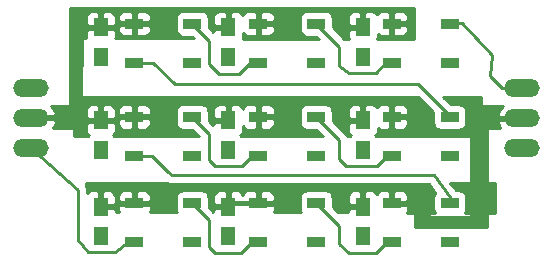
<source format=gbr>
G04 #@! TF.FileFunction,Copper,L1,Top,Signal*
%FSLAX46Y46*%
G04 Gerber Fmt 4.6, Leading zero omitted, Abs format (unit mm)*
G04 Created by KiCad (PCBNEW 4.0.5-e0-6337~49~ubuntu15.04.1) date Fri Feb 24 10:43:51 2017*
%MOMM*%
%LPD*%
G01*
G04 APERTURE LIST*
%ADD10C,0.100000*%
%ADD11O,3.010000X1.510000*%
%ADD12R,1.500000X0.900000*%
%ADD13R,1.250000X1.500000*%
%ADD14C,0.600000*%
%ADD15C,0.250000*%
%ADD16C,0.400000*%
%ADD17C,0.254000*%
G04 APERTURE END LIST*
D10*
D11*
X58600000Y-29800000D03*
X58600000Y-27260000D03*
X58600000Y-24720000D03*
D12*
X47550000Y-22550000D03*
X47550000Y-19250000D03*
X52450000Y-19250000D03*
X52450000Y-22550000D03*
X47550000Y-30450000D03*
X47550000Y-27150000D03*
X52450000Y-27150000D03*
X52450000Y-30450000D03*
D13*
X45100000Y-29950000D03*
X45100000Y-27450000D03*
X45100000Y-37250000D03*
X45100000Y-34750000D03*
X33700000Y-37250000D03*
X33700000Y-34750000D03*
X22900000Y-37250000D03*
X22900000Y-34750000D03*
X33700000Y-29950000D03*
X33700000Y-27450000D03*
X22900000Y-29950000D03*
X22900000Y-27450000D03*
X45100000Y-22050000D03*
X45100000Y-19550000D03*
X33700000Y-22050000D03*
X33700000Y-19550000D03*
X22900000Y-22050000D03*
X22900000Y-19550000D03*
D12*
X25750000Y-22550000D03*
X25750000Y-19250000D03*
X30650000Y-19250000D03*
X30650000Y-22550000D03*
X25750000Y-37750000D03*
X25750000Y-34450000D03*
X30650000Y-34450000D03*
X30650000Y-37750000D03*
X25750000Y-30450000D03*
X25750000Y-27150000D03*
X30650000Y-27150000D03*
X30650000Y-30450000D03*
X36250000Y-22550000D03*
X36250000Y-19250000D03*
X41150000Y-19250000D03*
X41150000Y-22550000D03*
X36250000Y-37750000D03*
X36250000Y-34450000D03*
X41150000Y-34450000D03*
X41150000Y-37750000D03*
X36250000Y-30450000D03*
X36250000Y-27150000D03*
X41150000Y-27150000D03*
X41150000Y-30450000D03*
X47550000Y-37750000D03*
X47550000Y-34450000D03*
X52450000Y-34450000D03*
X52450000Y-37750000D03*
D11*
X17000000Y-24700000D03*
X17000000Y-27240000D03*
X17000000Y-29780000D03*
D14*
X52450000Y-37750000D03*
X45300000Y-37200000D03*
X41150000Y-37750000D03*
X33800000Y-37300000D03*
X30650000Y-37750000D03*
X22900000Y-37300000D03*
X52450000Y-30450000D03*
X45200000Y-30100000D03*
X41150000Y-30450000D03*
X30800000Y-30500000D03*
X33700000Y-29950000D03*
X22900000Y-30000000D03*
X52450000Y-22550000D03*
X45200000Y-22100000D03*
X41200000Y-22700000D03*
X33700000Y-22050000D03*
X30700000Y-22600000D03*
X22900000Y-22050000D03*
D15*
X45300000Y-37200000D02*
X45250000Y-37250000D01*
X45250000Y-37250000D02*
X45100000Y-37250000D01*
X33800000Y-37300000D02*
X33750000Y-37250000D01*
X33750000Y-37250000D02*
X33700000Y-37250000D01*
X22900000Y-37300000D02*
X22900000Y-37250000D01*
X45200000Y-30100000D02*
X45100000Y-30000000D01*
X45100000Y-30000000D02*
X45100000Y-29950000D01*
X30800000Y-30500000D02*
X30750000Y-30450000D01*
X30750000Y-30450000D02*
X30650000Y-30450000D01*
X22900000Y-30000000D02*
X22900000Y-29950000D01*
X45200000Y-22100000D02*
X45150000Y-22050000D01*
X45150000Y-22050000D02*
X45100000Y-22050000D01*
X41200000Y-22700000D02*
X41150000Y-22650000D01*
X41150000Y-22650000D02*
X41150000Y-22550000D01*
X30700000Y-22600000D02*
X30650000Y-22550000D01*
D16*
X33700000Y-19550000D02*
X33550000Y-19550000D01*
X45100000Y-19550000D02*
X45050000Y-19550000D01*
X33700000Y-27450000D02*
X33700000Y-27300000D01*
X45100000Y-27450000D02*
X45100000Y-26800000D01*
X25750000Y-34450000D02*
X26250000Y-34450000D01*
X17210000Y-27450000D02*
X17000000Y-27240000D01*
X23200000Y-19250000D02*
X22900000Y-19550000D01*
X23200000Y-27150000D02*
X22900000Y-27450000D01*
X23200000Y-34450000D02*
X22900000Y-34750000D01*
X36250000Y-34450000D02*
X34000000Y-34450000D01*
X34000000Y-34450000D02*
X33700000Y-34750000D01*
X34000000Y-27150000D02*
X33700000Y-27450000D01*
X34000000Y-19250000D02*
X33700000Y-19550000D01*
X45400000Y-19250000D02*
X45100000Y-19550000D01*
X45400000Y-27150000D02*
X45100000Y-27450000D01*
X45400000Y-34450000D02*
X45100000Y-34750000D01*
X33900000Y-19150000D02*
X33500000Y-19550000D01*
D15*
X25750000Y-22550000D02*
X27350000Y-22550000D01*
X49800000Y-24400000D02*
X52450000Y-27050000D01*
X29200000Y-24400000D02*
X49800000Y-24400000D01*
X27350000Y-22550000D02*
X29200000Y-24400000D01*
X52450000Y-27050000D02*
X52450000Y-27150000D01*
X36250000Y-22550000D02*
X35550000Y-22550000D01*
X35550000Y-22550000D02*
X34600000Y-23500000D01*
X34600000Y-23500000D02*
X32900000Y-23500000D01*
X32900000Y-23500000D02*
X32100000Y-22700000D01*
X32100000Y-22700000D02*
X32100000Y-20700000D01*
X32100000Y-20700000D02*
X30650000Y-19250000D01*
X25750000Y-37750000D02*
X25250000Y-37750000D01*
X25250000Y-37750000D02*
X24111562Y-38615213D01*
X24111562Y-38615213D02*
X21800000Y-38600000D01*
X21800000Y-38600000D02*
X21000000Y-37600000D01*
X21000000Y-37600000D02*
X21000000Y-33300000D01*
X21000000Y-33300000D02*
X17000000Y-29780000D01*
X36250000Y-37750000D02*
X35750000Y-37750000D01*
X35750000Y-37750000D02*
X34800000Y-38700000D01*
X34800000Y-38700000D02*
X32600000Y-38700000D01*
X32600000Y-38700000D02*
X32100000Y-38200000D01*
X32100000Y-38200000D02*
X32100000Y-35900000D01*
X32100000Y-35900000D02*
X30650000Y-34450000D01*
X25750000Y-30450000D02*
X27250000Y-30450000D01*
X52450000Y-33950000D02*
X52450000Y-34450000D01*
X51100000Y-32100000D02*
X52450000Y-33950000D01*
X28900000Y-32100000D02*
X51100000Y-32100000D01*
X28600000Y-31800000D02*
X28900000Y-32100000D01*
X27250000Y-30450000D02*
X28600000Y-31800000D01*
X36250000Y-30450000D02*
X35750000Y-30450000D01*
X35750000Y-30450000D02*
X34900000Y-31300000D01*
X34900000Y-31300000D02*
X32600000Y-31300000D01*
X32600000Y-31300000D02*
X32100000Y-30800000D01*
X32100000Y-30800000D02*
X32100000Y-28600000D01*
X32100000Y-28600000D02*
X30650000Y-27150000D01*
X46201969Y-23400000D02*
X46202148Y-23400000D01*
X46202148Y-23400000D02*
X46950000Y-22550000D01*
X46950000Y-22550000D02*
X47550000Y-22550000D01*
X47550000Y-22550000D02*
X47550000Y-22750000D01*
X46201969Y-23400000D02*
X43900000Y-23400000D01*
X43900000Y-23400000D02*
X43100000Y-22800000D01*
X43100000Y-22800000D02*
X43100000Y-21200000D01*
X43100000Y-21200000D02*
X41250000Y-19350000D01*
X47550000Y-37750000D02*
X47150000Y-37750000D01*
X47150000Y-37750000D02*
X46200000Y-38700000D01*
X46200000Y-38700000D02*
X43900000Y-38700000D01*
X43900000Y-38700000D02*
X43100000Y-37900000D01*
X43100000Y-37900000D02*
X43100000Y-36400000D01*
X43100000Y-36400000D02*
X41150000Y-34450000D01*
X47550000Y-30450000D02*
X47150000Y-30450000D01*
X47150000Y-30450000D02*
X46300000Y-31300000D01*
X46300000Y-31300000D02*
X43700000Y-31300000D01*
X43700000Y-31300000D02*
X43100000Y-30700000D01*
X43100000Y-30700000D02*
X43100000Y-29100000D01*
X43100000Y-29100000D02*
X41150000Y-27150000D01*
X58600000Y-24720000D02*
X56920000Y-24720000D01*
X53500000Y-19200000D02*
X52450000Y-19250000D01*
X56000000Y-21900000D02*
X53500000Y-19200000D01*
X55900000Y-23700000D02*
X56000000Y-21900000D01*
X56920000Y-24720000D02*
X55900000Y-23700000D01*
D17*
G36*
X49473000Y-20572549D02*
X46304080Y-20561312D01*
X46360000Y-20426309D01*
X46360000Y-20158025D01*
X46440302Y-20238327D01*
X46673691Y-20335000D01*
X47264250Y-20335000D01*
X47423000Y-20176250D01*
X47423000Y-19377000D01*
X47677000Y-19377000D01*
X47677000Y-20176250D01*
X47835750Y-20335000D01*
X48426309Y-20335000D01*
X48659698Y-20238327D01*
X48838327Y-20059699D01*
X48935000Y-19826310D01*
X48935000Y-19535750D01*
X48776250Y-19377000D01*
X47677000Y-19377000D01*
X47423000Y-19377000D01*
X47403000Y-19377000D01*
X47403000Y-19123000D01*
X47423000Y-19123000D01*
X47423000Y-18323750D01*
X47677000Y-18323750D01*
X47677000Y-19123000D01*
X48776250Y-19123000D01*
X48935000Y-18964250D01*
X48935000Y-18673690D01*
X48838327Y-18440301D01*
X48659698Y-18261673D01*
X48426309Y-18165000D01*
X47835750Y-18165000D01*
X47677000Y-18323750D01*
X47423000Y-18323750D01*
X47264250Y-18165000D01*
X46673691Y-18165000D01*
X46440302Y-18261673D01*
X46262500Y-18439474D01*
X46084699Y-18261673D01*
X45851310Y-18165000D01*
X45385750Y-18165000D01*
X45227000Y-18323750D01*
X45227000Y-19423000D01*
X45247000Y-19423000D01*
X45247000Y-19677000D01*
X45227000Y-19677000D01*
X45227000Y-19697000D01*
X44973000Y-19697000D01*
X44973000Y-19677000D01*
X43998750Y-19677000D01*
X43840000Y-19835750D01*
X43840000Y-20426309D01*
X43892378Y-20552760D01*
X43526263Y-20551461D01*
X42547440Y-19572638D01*
X42547440Y-18800000D01*
X42523674Y-18673691D01*
X43840000Y-18673691D01*
X43840000Y-19264250D01*
X43998750Y-19423000D01*
X44973000Y-19423000D01*
X44973000Y-18323750D01*
X44814250Y-18165000D01*
X44348690Y-18165000D01*
X44115301Y-18261673D01*
X43936673Y-18440302D01*
X43840000Y-18673691D01*
X42523674Y-18673691D01*
X42503162Y-18564683D01*
X42364090Y-18348559D01*
X42151890Y-18203569D01*
X41900000Y-18152560D01*
X40400000Y-18152560D01*
X40164683Y-18196838D01*
X39948559Y-18335910D01*
X39803569Y-18548110D01*
X39752560Y-18800000D01*
X39752560Y-19700000D01*
X39796838Y-19935317D01*
X39935910Y-20151441D01*
X40148110Y-20296431D01*
X40400000Y-20347440D01*
X41172638Y-20347440D01*
X41369009Y-20543811D01*
X34920800Y-20520946D01*
X34960000Y-20426309D01*
X34960000Y-20055660D01*
X34961673Y-20059699D01*
X35140302Y-20238327D01*
X35373691Y-20335000D01*
X35964250Y-20335000D01*
X36123000Y-20176250D01*
X36123000Y-19377000D01*
X36377000Y-19377000D01*
X36377000Y-20176250D01*
X36535750Y-20335000D01*
X37126309Y-20335000D01*
X37359698Y-20238327D01*
X37538327Y-20059699D01*
X37635000Y-19826310D01*
X37635000Y-19535750D01*
X37476250Y-19377000D01*
X36377000Y-19377000D01*
X36123000Y-19377000D01*
X36103000Y-19377000D01*
X36103000Y-19123000D01*
X36123000Y-19123000D01*
X36123000Y-18323750D01*
X36377000Y-18323750D01*
X36377000Y-19123000D01*
X37476250Y-19123000D01*
X37635000Y-18964250D01*
X37635000Y-18673690D01*
X37538327Y-18440301D01*
X37359698Y-18261673D01*
X37126309Y-18165000D01*
X36535750Y-18165000D01*
X36377000Y-18323750D01*
X36123000Y-18323750D01*
X35964250Y-18165000D01*
X35373691Y-18165000D01*
X35140302Y-18261673D01*
X34961673Y-18440301D01*
X34912500Y-18559015D01*
X34863327Y-18440302D01*
X34684699Y-18261673D01*
X34451310Y-18165000D01*
X33985750Y-18165000D01*
X33827000Y-18323750D01*
X33827000Y-19423000D01*
X33847000Y-19423000D01*
X33847000Y-19677000D01*
X33827000Y-19677000D01*
X33827000Y-19697000D01*
X33573000Y-19697000D01*
X33573000Y-19677000D01*
X32598750Y-19677000D01*
X32440000Y-19835750D01*
X32440000Y-19965198D01*
X32047440Y-19572638D01*
X32047440Y-18800000D01*
X32023674Y-18673691D01*
X32440000Y-18673691D01*
X32440000Y-19264250D01*
X32598750Y-19423000D01*
X33573000Y-19423000D01*
X33573000Y-18323750D01*
X33414250Y-18165000D01*
X32948690Y-18165000D01*
X32715301Y-18261673D01*
X32536673Y-18440302D01*
X32440000Y-18673691D01*
X32023674Y-18673691D01*
X32003162Y-18564683D01*
X31864090Y-18348559D01*
X31651890Y-18203569D01*
X31400000Y-18152560D01*
X29900000Y-18152560D01*
X29664683Y-18196838D01*
X29448559Y-18335910D01*
X29303569Y-18548110D01*
X29252560Y-18800000D01*
X29252560Y-19700000D01*
X29296838Y-19935317D01*
X29435910Y-20151441D01*
X29648110Y-20296431D01*
X29900000Y-20347440D01*
X30672638Y-20347440D01*
X30831643Y-20506445D01*
X24136640Y-20482704D01*
X24160000Y-20426309D01*
X24160000Y-19835750D01*
X24001250Y-19677000D01*
X23027000Y-19677000D01*
X23027000Y-19697000D01*
X22773000Y-19697000D01*
X22773000Y-19677000D01*
X21798750Y-19677000D01*
X21640000Y-19835750D01*
X21640000Y-20426309D01*
X21659721Y-20473920D01*
X21436811Y-20473130D01*
X21387366Y-20482960D01*
X21345641Y-20511253D01*
X21318211Y-20553551D01*
X21309394Y-20597243D01*
X21202579Y-25297114D01*
X21211459Y-25346739D01*
X21238947Y-25388999D01*
X21280711Y-25417235D01*
X21329546Y-25427000D01*
X49752198Y-25427000D01*
X51052560Y-26727362D01*
X51052560Y-27600000D01*
X51096838Y-27835317D01*
X51235910Y-28051441D01*
X51448110Y-28196431D01*
X51700000Y-28247440D01*
X53200000Y-28247440D01*
X53435317Y-28203162D01*
X53651441Y-28064090D01*
X53796431Y-27851890D01*
X53847440Y-27600000D01*
X53847440Y-26700000D01*
X53803162Y-26464683D01*
X53664090Y-26248559D01*
X53451890Y-26103569D01*
X53200000Y-26052560D01*
X52527362Y-26052560D01*
X51901802Y-25427000D01*
X55073000Y-25427000D01*
X55073000Y-26100000D01*
X55083006Y-26149410D01*
X55111447Y-26191035D01*
X55153841Y-26218315D01*
X55200000Y-26227000D01*
X56950293Y-26227000D01*
X56777319Y-26366924D01*
X56517207Y-26845403D01*
X56502723Y-26918029D01*
X56625317Y-27133000D01*
X58473000Y-27133000D01*
X58473000Y-27113000D01*
X58727000Y-27113000D01*
X58727000Y-27133000D01*
X58747000Y-27133000D01*
X58747000Y-27387000D01*
X58727000Y-27387000D01*
X58727000Y-27407000D01*
X58473000Y-27407000D01*
X58473000Y-27387000D01*
X56625317Y-27387000D01*
X56502723Y-27601971D01*
X56517207Y-27674597D01*
X56733788Y-28073000D01*
X55700000Y-28073000D01*
X55650590Y-28083006D01*
X55608965Y-28111447D01*
X55581685Y-28153841D01*
X55573000Y-28200000D01*
X55573000Y-32600000D01*
X55583006Y-32649410D01*
X55611447Y-32691035D01*
X55653841Y-32718315D01*
X55700000Y-32727000D01*
X56273000Y-32727000D01*
X56273000Y-35272636D01*
X55700364Y-35270995D01*
X55650925Y-35280859D01*
X55609220Y-35309180D01*
X55581818Y-35351496D01*
X55573000Y-35397994D01*
X55573000Y-36453498D01*
X55564902Y-36473000D01*
X49527000Y-36473000D01*
X49527000Y-35379943D01*
X49516994Y-35330533D01*
X49488553Y-35288908D01*
X49446159Y-35261628D01*
X49400364Y-35252944D01*
X48841788Y-35251343D01*
X48935000Y-35026310D01*
X48935000Y-34735750D01*
X48776250Y-34577000D01*
X47677000Y-34577000D01*
X47677000Y-34597000D01*
X47423000Y-34597000D01*
X47423000Y-34577000D01*
X47403000Y-34577000D01*
X47403000Y-34323000D01*
X47423000Y-34323000D01*
X47423000Y-33523750D01*
X47677000Y-33523750D01*
X47677000Y-34323000D01*
X48776250Y-34323000D01*
X48935000Y-34164250D01*
X48935000Y-33873690D01*
X48838327Y-33640301D01*
X48659698Y-33461673D01*
X48426309Y-33365000D01*
X47835750Y-33365000D01*
X47677000Y-33523750D01*
X47423000Y-33523750D01*
X47264250Y-33365000D01*
X46673691Y-33365000D01*
X46440302Y-33461673D01*
X46262500Y-33639474D01*
X46084699Y-33461673D01*
X45851310Y-33365000D01*
X45385750Y-33365000D01*
X45227000Y-33523750D01*
X45227000Y-34623000D01*
X45247000Y-34623000D01*
X45247000Y-34877000D01*
X45227000Y-34877000D01*
X45227000Y-34897000D01*
X44973000Y-34897000D01*
X44973000Y-34877000D01*
X43998750Y-34877000D01*
X43840000Y-35035750D01*
X43840000Y-35237012D01*
X43009434Y-35234632D01*
X42547440Y-34772638D01*
X42547440Y-34000000D01*
X42523674Y-33873691D01*
X43840000Y-33873691D01*
X43840000Y-34464250D01*
X43998750Y-34623000D01*
X44973000Y-34623000D01*
X44973000Y-33523750D01*
X44814250Y-33365000D01*
X44348690Y-33365000D01*
X44115301Y-33461673D01*
X43936673Y-33640302D01*
X43840000Y-33873691D01*
X42523674Y-33873691D01*
X42503162Y-33764683D01*
X42364090Y-33548559D01*
X42151890Y-33403569D01*
X41900000Y-33352560D01*
X40400000Y-33352560D01*
X40164683Y-33396838D01*
X39948559Y-33535910D01*
X39803569Y-33748110D01*
X39752560Y-34000000D01*
X39752560Y-34900000D01*
X39796838Y-35135317D01*
X39854929Y-35225593D01*
X37555184Y-35219004D01*
X37635000Y-35026310D01*
X37635000Y-34735750D01*
X37476250Y-34577000D01*
X36377000Y-34577000D01*
X36377000Y-34597000D01*
X36123000Y-34597000D01*
X36123000Y-34577000D01*
X36103000Y-34577000D01*
X36103000Y-34323000D01*
X36123000Y-34323000D01*
X36123000Y-33523750D01*
X36377000Y-33523750D01*
X36377000Y-34323000D01*
X37476250Y-34323000D01*
X37635000Y-34164250D01*
X37635000Y-33873690D01*
X37538327Y-33640301D01*
X37359698Y-33461673D01*
X37126309Y-33365000D01*
X36535750Y-33365000D01*
X36377000Y-33523750D01*
X36123000Y-33523750D01*
X35964250Y-33365000D01*
X35373691Y-33365000D01*
X35140302Y-33461673D01*
X34961673Y-33640301D01*
X34912500Y-33759015D01*
X34863327Y-33640302D01*
X34684699Y-33461673D01*
X34451310Y-33365000D01*
X33985750Y-33365000D01*
X33827000Y-33523750D01*
X33827000Y-34623000D01*
X33847000Y-34623000D01*
X33847000Y-34877000D01*
X33827000Y-34877000D01*
X33827000Y-34897000D01*
X33573000Y-34897000D01*
X33573000Y-34877000D01*
X32598750Y-34877000D01*
X32440000Y-35035750D01*
X32440000Y-35165198D01*
X32047440Y-34772638D01*
X32047440Y-34000000D01*
X32023674Y-33873691D01*
X32440000Y-33873691D01*
X32440000Y-34464250D01*
X32598750Y-34623000D01*
X33573000Y-34623000D01*
X33573000Y-33523750D01*
X33414250Y-33365000D01*
X32948690Y-33365000D01*
X32715301Y-33461673D01*
X32536673Y-33640302D01*
X32440000Y-33873691D01*
X32023674Y-33873691D01*
X32003162Y-33764683D01*
X31864090Y-33548559D01*
X31651890Y-33403569D01*
X31400000Y-33352560D01*
X29900000Y-33352560D01*
X29664683Y-33396838D01*
X29448559Y-33535910D01*
X29303569Y-33748110D01*
X29252560Y-34000000D01*
X29252560Y-34900000D01*
X29296838Y-35135317D01*
X29335534Y-35195452D01*
X27067631Y-35188953D01*
X27135000Y-35026310D01*
X27135000Y-34735750D01*
X26976250Y-34577000D01*
X25877000Y-34577000D01*
X25877000Y-34597000D01*
X25623000Y-34597000D01*
X25623000Y-34577000D01*
X24523750Y-34577000D01*
X24365000Y-34735750D01*
X24365000Y-35026310D01*
X24429238Y-35181393D01*
X24160000Y-35180622D01*
X24160000Y-35035750D01*
X24001250Y-34877000D01*
X23027000Y-34877000D01*
X23027000Y-34897000D01*
X22773000Y-34897000D01*
X22773000Y-34877000D01*
X22753000Y-34877000D01*
X22753000Y-34623000D01*
X22773000Y-34623000D01*
X22773000Y-33523750D01*
X23027000Y-33523750D01*
X23027000Y-34623000D01*
X24001250Y-34623000D01*
X24160000Y-34464250D01*
X24160000Y-33873691D01*
X24160000Y-33873690D01*
X24365000Y-33873690D01*
X24365000Y-34164250D01*
X24523750Y-34323000D01*
X25623000Y-34323000D01*
X25623000Y-33523750D01*
X25877000Y-33523750D01*
X25877000Y-34323000D01*
X26976250Y-34323000D01*
X27135000Y-34164250D01*
X27135000Y-33873690D01*
X27038327Y-33640301D01*
X26859698Y-33461673D01*
X26626309Y-33365000D01*
X26035750Y-33365000D01*
X25877000Y-33523750D01*
X25623000Y-33523750D01*
X25464250Y-33365000D01*
X24873691Y-33365000D01*
X24640302Y-33461673D01*
X24461673Y-33640301D01*
X24365000Y-33873690D01*
X24160000Y-33873690D01*
X24063327Y-33640302D01*
X23884699Y-33461673D01*
X23651310Y-33365000D01*
X23185750Y-33365000D01*
X23027000Y-33523750D01*
X22773000Y-33523750D01*
X22614250Y-33365000D01*
X22148690Y-33365000D01*
X21915301Y-33461673D01*
X21760000Y-33616975D01*
X21760000Y-33300000D01*
X21755210Y-33275921D01*
X21758456Y-33251588D01*
X21726439Y-33131277D01*
X21702148Y-33009161D01*
X21688508Y-32988748D01*
X21682195Y-32965024D01*
X21627000Y-32892838D01*
X21627000Y-32727000D01*
X28496694Y-32727000D01*
X28609161Y-32802148D01*
X28900000Y-32860000D01*
X50713758Y-32860000D01*
X51228458Y-33565330D01*
X51103569Y-33748110D01*
X51052560Y-34000000D01*
X51052560Y-34900000D01*
X51096838Y-35135317D01*
X51175802Y-35258031D01*
X50800364Y-35256955D01*
X50750925Y-35266819D01*
X50709220Y-35295140D01*
X50681818Y-35337456D01*
X50673000Y-35383954D01*
X50673000Y-35500000D01*
X50683006Y-35549410D01*
X50711447Y-35591035D01*
X50753841Y-35618315D01*
X50800000Y-35627000D01*
X54100000Y-35627000D01*
X54149410Y-35616994D01*
X54191035Y-35588553D01*
X54218315Y-35546159D01*
X54227000Y-35500000D01*
X54227000Y-35393410D01*
X54216994Y-35344000D01*
X54188553Y-35302375D01*
X54146159Y-35275095D01*
X54100364Y-35266411D01*
X53718929Y-35265318D01*
X53796431Y-35151890D01*
X53847440Y-34900000D01*
X53847440Y-34000000D01*
X53803162Y-33764683D01*
X53664090Y-33548559D01*
X53451890Y-33403569D01*
X53200000Y-33352560D01*
X52954868Y-33352560D01*
X52498378Y-32727000D01*
X54100000Y-32727000D01*
X54149410Y-32716994D01*
X54191035Y-32688553D01*
X54218315Y-32646159D01*
X54227000Y-32600000D01*
X54227000Y-28900000D01*
X54216994Y-28850590D01*
X54188553Y-28808965D01*
X54146159Y-28781685D01*
X54100000Y-28773000D01*
X46204817Y-28773000D01*
X46189090Y-28748559D01*
X46120994Y-28702031D01*
X46263327Y-28559698D01*
X46360000Y-28326309D01*
X46360000Y-28058025D01*
X46440302Y-28138327D01*
X46673691Y-28235000D01*
X47264250Y-28235000D01*
X47423000Y-28076250D01*
X47423000Y-27277000D01*
X47677000Y-27277000D01*
X47677000Y-28076250D01*
X47835750Y-28235000D01*
X48426309Y-28235000D01*
X48659698Y-28138327D01*
X48838327Y-27959699D01*
X48935000Y-27726310D01*
X48935000Y-27435750D01*
X48776250Y-27277000D01*
X47677000Y-27277000D01*
X47423000Y-27277000D01*
X47403000Y-27277000D01*
X47403000Y-27023000D01*
X47423000Y-27023000D01*
X47423000Y-26223750D01*
X47677000Y-26223750D01*
X47677000Y-27023000D01*
X48776250Y-27023000D01*
X48935000Y-26864250D01*
X48935000Y-26573690D01*
X48838327Y-26340301D01*
X48659698Y-26161673D01*
X48426309Y-26065000D01*
X47835750Y-26065000D01*
X47677000Y-26223750D01*
X47423000Y-26223750D01*
X47264250Y-26065000D01*
X46673691Y-26065000D01*
X46440302Y-26161673D01*
X46262500Y-26339474D01*
X46084699Y-26161673D01*
X45851310Y-26065000D01*
X45385750Y-26065000D01*
X45227000Y-26223750D01*
X45227000Y-27323000D01*
X45247000Y-27323000D01*
X45247000Y-27577000D01*
X45227000Y-27577000D01*
X45227000Y-27597000D01*
X44973000Y-27597000D01*
X44973000Y-27577000D01*
X43998750Y-27577000D01*
X43840000Y-27735750D01*
X43840000Y-28326309D01*
X43936673Y-28559698D01*
X44077910Y-28700936D01*
X44023559Y-28735910D01*
X43998216Y-28773000D01*
X43777987Y-28773000D01*
X43637401Y-28562599D01*
X42547440Y-27472638D01*
X42547440Y-26700000D01*
X42523674Y-26573691D01*
X43840000Y-26573691D01*
X43840000Y-27164250D01*
X43998750Y-27323000D01*
X44973000Y-27323000D01*
X44973000Y-26223750D01*
X44814250Y-26065000D01*
X44348690Y-26065000D01*
X44115301Y-26161673D01*
X43936673Y-26340302D01*
X43840000Y-26573691D01*
X42523674Y-26573691D01*
X42503162Y-26464683D01*
X42364090Y-26248559D01*
X42151890Y-26103569D01*
X41900000Y-26052560D01*
X40400000Y-26052560D01*
X40164683Y-26096838D01*
X39948559Y-26235910D01*
X39803569Y-26448110D01*
X39752560Y-26700000D01*
X39752560Y-27600000D01*
X39796838Y-27835317D01*
X39935910Y-28051441D01*
X40148110Y-28196431D01*
X40400000Y-28247440D01*
X41172638Y-28247440D01*
X41698198Y-28773000D01*
X34804817Y-28773000D01*
X34789090Y-28748559D01*
X34720994Y-28702031D01*
X34863327Y-28559698D01*
X34960000Y-28326309D01*
X34960000Y-27955660D01*
X34961673Y-27959699D01*
X35140302Y-28138327D01*
X35373691Y-28235000D01*
X35964250Y-28235000D01*
X36123000Y-28076250D01*
X36123000Y-27277000D01*
X36377000Y-27277000D01*
X36377000Y-28076250D01*
X36535750Y-28235000D01*
X37126309Y-28235000D01*
X37359698Y-28138327D01*
X37538327Y-27959699D01*
X37635000Y-27726310D01*
X37635000Y-27435750D01*
X37476250Y-27277000D01*
X36377000Y-27277000D01*
X36123000Y-27277000D01*
X36103000Y-27277000D01*
X36103000Y-27023000D01*
X36123000Y-27023000D01*
X36123000Y-26223750D01*
X36377000Y-26223750D01*
X36377000Y-27023000D01*
X37476250Y-27023000D01*
X37635000Y-26864250D01*
X37635000Y-26573690D01*
X37538327Y-26340301D01*
X37359698Y-26161673D01*
X37126309Y-26065000D01*
X36535750Y-26065000D01*
X36377000Y-26223750D01*
X36123000Y-26223750D01*
X35964250Y-26065000D01*
X35373691Y-26065000D01*
X35140302Y-26161673D01*
X34961673Y-26340301D01*
X34912500Y-26459015D01*
X34863327Y-26340302D01*
X34684699Y-26161673D01*
X34451310Y-26065000D01*
X33985750Y-26065000D01*
X33827000Y-26223750D01*
X33827000Y-27323000D01*
X33847000Y-27323000D01*
X33847000Y-27577000D01*
X33827000Y-27577000D01*
X33827000Y-27597000D01*
X33573000Y-27597000D01*
X33573000Y-27577000D01*
X32598750Y-27577000D01*
X32440000Y-27735750D01*
X32440000Y-27865198D01*
X32047440Y-27472638D01*
X32047440Y-26700000D01*
X32023674Y-26573691D01*
X32440000Y-26573691D01*
X32440000Y-27164250D01*
X32598750Y-27323000D01*
X33573000Y-27323000D01*
X33573000Y-26223750D01*
X33414250Y-26065000D01*
X32948690Y-26065000D01*
X32715301Y-26161673D01*
X32536673Y-26340302D01*
X32440000Y-26573691D01*
X32023674Y-26573691D01*
X32003162Y-26464683D01*
X31864090Y-26248559D01*
X31651890Y-26103569D01*
X31400000Y-26052560D01*
X29900000Y-26052560D01*
X29664683Y-26096838D01*
X29448559Y-26235910D01*
X29303569Y-26448110D01*
X29252560Y-26700000D01*
X29252560Y-27600000D01*
X29296838Y-27835317D01*
X29435910Y-28051441D01*
X29648110Y-28196431D01*
X29900000Y-28247440D01*
X30672638Y-28247440D01*
X31198198Y-28773000D01*
X24004817Y-28773000D01*
X23989090Y-28748559D01*
X23920994Y-28702031D01*
X24063327Y-28559698D01*
X24160000Y-28326309D01*
X24160000Y-27735750D01*
X24001250Y-27577000D01*
X23027000Y-27577000D01*
X23027000Y-27597000D01*
X22773000Y-27597000D01*
X22773000Y-27577000D01*
X21798750Y-27577000D01*
X21640000Y-27735750D01*
X21640000Y-28326309D01*
X21736673Y-28559698D01*
X21877910Y-28700936D01*
X21823559Y-28735910D01*
X21798216Y-28773000D01*
X20627000Y-28773000D01*
X20627000Y-28200000D01*
X20616994Y-28150590D01*
X20588553Y-28108965D01*
X20546159Y-28081685D01*
X20500000Y-28073000D01*
X18855340Y-28073000D01*
X19082793Y-27654597D01*
X19097277Y-27581971D01*
X19013890Y-27435750D01*
X24365000Y-27435750D01*
X24365000Y-27726310D01*
X24461673Y-27959699D01*
X24640302Y-28138327D01*
X24873691Y-28235000D01*
X25464250Y-28235000D01*
X25623000Y-28076250D01*
X25623000Y-27277000D01*
X25877000Y-27277000D01*
X25877000Y-28076250D01*
X26035750Y-28235000D01*
X26626309Y-28235000D01*
X26859698Y-28138327D01*
X27038327Y-27959699D01*
X27135000Y-27726310D01*
X27135000Y-27435750D01*
X26976250Y-27277000D01*
X25877000Y-27277000D01*
X25623000Y-27277000D01*
X24523750Y-27277000D01*
X24365000Y-27435750D01*
X19013890Y-27435750D01*
X18974683Y-27367000D01*
X17127000Y-27367000D01*
X17127000Y-27387000D01*
X16873000Y-27387000D01*
X16873000Y-27367000D01*
X16853000Y-27367000D01*
X16853000Y-27113000D01*
X16873000Y-27113000D01*
X16873000Y-27093000D01*
X17127000Y-27093000D01*
X17127000Y-27113000D01*
X18974683Y-27113000D01*
X19097277Y-26898029D01*
X19082793Y-26825403D01*
X18945957Y-26573691D01*
X21640000Y-26573691D01*
X21640000Y-27164250D01*
X21798750Y-27323000D01*
X22773000Y-27323000D01*
X22773000Y-26223750D01*
X23027000Y-26223750D01*
X23027000Y-27323000D01*
X24001250Y-27323000D01*
X24160000Y-27164250D01*
X24160000Y-26573691D01*
X24160000Y-26573690D01*
X24365000Y-26573690D01*
X24365000Y-26864250D01*
X24523750Y-27023000D01*
X25623000Y-27023000D01*
X25623000Y-26223750D01*
X25877000Y-26223750D01*
X25877000Y-27023000D01*
X26976250Y-27023000D01*
X27135000Y-26864250D01*
X27135000Y-26573690D01*
X27038327Y-26340301D01*
X26859698Y-26161673D01*
X26626309Y-26065000D01*
X26035750Y-26065000D01*
X25877000Y-26223750D01*
X25623000Y-26223750D01*
X25464250Y-26065000D01*
X24873691Y-26065000D01*
X24640302Y-26161673D01*
X24461673Y-26340301D01*
X24365000Y-26573690D01*
X24160000Y-26573690D01*
X24063327Y-26340302D01*
X23884699Y-26161673D01*
X23651310Y-26065000D01*
X23185750Y-26065000D01*
X23027000Y-26223750D01*
X22773000Y-26223750D01*
X22614250Y-26065000D01*
X22148690Y-26065000D01*
X21915301Y-26161673D01*
X21736673Y-26340302D01*
X21640000Y-26573691D01*
X18945957Y-26573691D01*
X18822681Y-26346924D01*
X18674431Y-26227000D01*
X20200000Y-26227000D01*
X20249410Y-26216994D01*
X20291035Y-26188553D01*
X20318315Y-26146159D01*
X20327000Y-26100000D01*
X20327000Y-19535750D01*
X24365000Y-19535750D01*
X24365000Y-19826310D01*
X24461673Y-20059699D01*
X24640302Y-20238327D01*
X24873691Y-20335000D01*
X25464250Y-20335000D01*
X25623000Y-20176250D01*
X25623000Y-19377000D01*
X25877000Y-19377000D01*
X25877000Y-20176250D01*
X26035750Y-20335000D01*
X26626309Y-20335000D01*
X26859698Y-20238327D01*
X27038327Y-20059699D01*
X27135000Y-19826310D01*
X27135000Y-19535750D01*
X26976250Y-19377000D01*
X25877000Y-19377000D01*
X25623000Y-19377000D01*
X24523750Y-19377000D01*
X24365000Y-19535750D01*
X20327000Y-19535750D01*
X20327000Y-18673691D01*
X21640000Y-18673691D01*
X21640000Y-19264250D01*
X21798750Y-19423000D01*
X22773000Y-19423000D01*
X22773000Y-18323750D01*
X23027000Y-18323750D01*
X23027000Y-19423000D01*
X24001250Y-19423000D01*
X24160000Y-19264250D01*
X24160000Y-18673691D01*
X24160000Y-18673690D01*
X24365000Y-18673690D01*
X24365000Y-18964250D01*
X24523750Y-19123000D01*
X25623000Y-19123000D01*
X25623000Y-18323750D01*
X25877000Y-18323750D01*
X25877000Y-19123000D01*
X26976250Y-19123000D01*
X27135000Y-18964250D01*
X27135000Y-18673690D01*
X27038327Y-18440301D01*
X26859698Y-18261673D01*
X26626309Y-18165000D01*
X26035750Y-18165000D01*
X25877000Y-18323750D01*
X25623000Y-18323750D01*
X25464250Y-18165000D01*
X24873691Y-18165000D01*
X24640302Y-18261673D01*
X24461673Y-18440301D01*
X24365000Y-18673690D01*
X24160000Y-18673690D01*
X24063327Y-18440302D01*
X23884699Y-18261673D01*
X23651310Y-18165000D01*
X23185750Y-18165000D01*
X23027000Y-18323750D01*
X22773000Y-18323750D01*
X22614250Y-18165000D01*
X22148690Y-18165000D01*
X21915301Y-18261673D01*
X21736673Y-18440302D01*
X21640000Y-18673691D01*
X20327000Y-18673691D01*
X20327000Y-17927000D01*
X49473000Y-17927000D01*
X49473000Y-20572549D01*
X49473000Y-20572549D01*
G37*
X49473000Y-20572549D02*
X46304080Y-20561312D01*
X46360000Y-20426309D01*
X46360000Y-20158025D01*
X46440302Y-20238327D01*
X46673691Y-20335000D01*
X47264250Y-20335000D01*
X47423000Y-20176250D01*
X47423000Y-19377000D01*
X47677000Y-19377000D01*
X47677000Y-20176250D01*
X47835750Y-20335000D01*
X48426309Y-20335000D01*
X48659698Y-20238327D01*
X48838327Y-20059699D01*
X48935000Y-19826310D01*
X48935000Y-19535750D01*
X48776250Y-19377000D01*
X47677000Y-19377000D01*
X47423000Y-19377000D01*
X47403000Y-19377000D01*
X47403000Y-19123000D01*
X47423000Y-19123000D01*
X47423000Y-18323750D01*
X47677000Y-18323750D01*
X47677000Y-19123000D01*
X48776250Y-19123000D01*
X48935000Y-18964250D01*
X48935000Y-18673690D01*
X48838327Y-18440301D01*
X48659698Y-18261673D01*
X48426309Y-18165000D01*
X47835750Y-18165000D01*
X47677000Y-18323750D01*
X47423000Y-18323750D01*
X47264250Y-18165000D01*
X46673691Y-18165000D01*
X46440302Y-18261673D01*
X46262500Y-18439474D01*
X46084699Y-18261673D01*
X45851310Y-18165000D01*
X45385750Y-18165000D01*
X45227000Y-18323750D01*
X45227000Y-19423000D01*
X45247000Y-19423000D01*
X45247000Y-19677000D01*
X45227000Y-19677000D01*
X45227000Y-19697000D01*
X44973000Y-19697000D01*
X44973000Y-19677000D01*
X43998750Y-19677000D01*
X43840000Y-19835750D01*
X43840000Y-20426309D01*
X43892378Y-20552760D01*
X43526263Y-20551461D01*
X42547440Y-19572638D01*
X42547440Y-18800000D01*
X42523674Y-18673691D01*
X43840000Y-18673691D01*
X43840000Y-19264250D01*
X43998750Y-19423000D01*
X44973000Y-19423000D01*
X44973000Y-18323750D01*
X44814250Y-18165000D01*
X44348690Y-18165000D01*
X44115301Y-18261673D01*
X43936673Y-18440302D01*
X43840000Y-18673691D01*
X42523674Y-18673691D01*
X42503162Y-18564683D01*
X42364090Y-18348559D01*
X42151890Y-18203569D01*
X41900000Y-18152560D01*
X40400000Y-18152560D01*
X40164683Y-18196838D01*
X39948559Y-18335910D01*
X39803569Y-18548110D01*
X39752560Y-18800000D01*
X39752560Y-19700000D01*
X39796838Y-19935317D01*
X39935910Y-20151441D01*
X40148110Y-20296431D01*
X40400000Y-20347440D01*
X41172638Y-20347440D01*
X41369009Y-20543811D01*
X34920800Y-20520946D01*
X34960000Y-20426309D01*
X34960000Y-20055660D01*
X34961673Y-20059699D01*
X35140302Y-20238327D01*
X35373691Y-20335000D01*
X35964250Y-20335000D01*
X36123000Y-20176250D01*
X36123000Y-19377000D01*
X36377000Y-19377000D01*
X36377000Y-20176250D01*
X36535750Y-20335000D01*
X37126309Y-20335000D01*
X37359698Y-20238327D01*
X37538327Y-20059699D01*
X37635000Y-19826310D01*
X37635000Y-19535750D01*
X37476250Y-19377000D01*
X36377000Y-19377000D01*
X36123000Y-19377000D01*
X36103000Y-19377000D01*
X36103000Y-19123000D01*
X36123000Y-19123000D01*
X36123000Y-18323750D01*
X36377000Y-18323750D01*
X36377000Y-19123000D01*
X37476250Y-19123000D01*
X37635000Y-18964250D01*
X37635000Y-18673690D01*
X37538327Y-18440301D01*
X37359698Y-18261673D01*
X37126309Y-18165000D01*
X36535750Y-18165000D01*
X36377000Y-18323750D01*
X36123000Y-18323750D01*
X35964250Y-18165000D01*
X35373691Y-18165000D01*
X35140302Y-18261673D01*
X34961673Y-18440301D01*
X34912500Y-18559015D01*
X34863327Y-18440302D01*
X34684699Y-18261673D01*
X34451310Y-18165000D01*
X33985750Y-18165000D01*
X33827000Y-18323750D01*
X33827000Y-19423000D01*
X33847000Y-19423000D01*
X33847000Y-19677000D01*
X33827000Y-19677000D01*
X33827000Y-19697000D01*
X33573000Y-19697000D01*
X33573000Y-19677000D01*
X32598750Y-19677000D01*
X32440000Y-19835750D01*
X32440000Y-19965198D01*
X32047440Y-19572638D01*
X32047440Y-18800000D01*
X32023674Y-18673691D01*
X32440000Y-18673691D01*
X32440000Y-19264250D01*
X32598750Y-19423000D01*
X33573000Y-19423000D01*
X33573000Y-18323750D01*
X33414250Y-18165000D01*
X32948690Y-18165000D01*
X32715301Y-18261673D01*
X32536673Y-18440302D01*
X32440000Y-18673691D01*
X32023674Y-18673691D01*
X32003162Y-18564683D01*
X31864090Y-18348559D01*
X31651890Y-18203569D01*
X31400000Y-18152560D01*
X29900000Y-18152560D01*
X29664683Y-18196838D01*
X29448559Y-18335910D01*
X29303569Y-18548110D01*
X29252560Y-18800000D01*
X29252560Y-19700000D01*
X29296838Y-19935317D01*
X29435910Y-20151441D01*
X29648110Y-20296431D01*
X29900000Y-20347440D01*
X30672638Y-20347440D01*
X30831643Y-20506445D01*
X24136640Y-20482704D01*
X24160000Y-20426309D01*
X24160000Y-19835750D01*
X24001250Y-19677000D01*
X23027000Y-19677000D01*
X23027000Y-19697000D01*
X22773000Y-19697000D01*
X22773000Y-19677000D01*
X21798750Y-19677000D01*
X21640000Y-19835750D01*
X21640000Y-20426309D01*
X21659721Y-20473920D01*
X21436811Y-20473130D01*
X21387366Y-20482960D01*
X21345641Y-20511253D01*
X21318211Y-20553551D01*
X21309394Y-20597243D01*
X21202579Y-25297114D01*
X21211459Y-25346739D01*
X21238947Y-25388999D01*
X21280711Y-25417235D01*
X21329546Y-25427000D01*
X49752198Y-25427000D01*
X51052560Y-26727362D01*
X51052560Y-27600000D01*
X51096838Y-27835317D01*
X51235910Y-28051441D01*
X51448110Y-28196431D01*
X51700000Y-28247440D01*
X53200000Y-28247440D01*
X53435317Y-28203162D01*
X53651441Y-28064090D01*
X53796431Y-27851890D01*
X53847440Y-27600000D01*
X53847440Y-26700000D01*
X53803162Y-26464683D01*
X53664090Y-26248559D01*
X53451890Y-26103569D01*
X53200000Y-26052560D01*
X52527362Y-26052560D01*
X51901802Y-25427000D01*
X55073000Y-25427000D01*
X55073000Y-26100000D01*
X55083006Y-26149410D01*
X55111447Y-26191035D01*
X55153841Y-26218315D01*
X55200000Y-26227000D01*
X56950293Y-26227000D01*
X56777319Y-26366924D01*
X56517207Y-26845403D01*
X56502723Y-26918029D01*
X56625317Y-27133000D01*
X58473000Y-27133000D01*
X58473000Y-27113000D01*
X58727000Y-27113000D01*
X58727000Y-27133000D01*
X58747000Y-27133000D01*
X58747000Y-27387000D01*
X58727000Y-27387000D01*
X58727000Y-27407000D01*
X58473000Y-27407000D01*
X58473000Y-27387000D01*
X56625317Y-27387000D01*
X56502723Y-27601971D01*
X56517207Y-27674597D01*
X56733788Y-28073000D01*
X55700000Y-28073000D01*
X55650590Y-28083006D01*
X55608965Y-28111447D01*
X55581685Y-28153841D01*
X55573000Y-28200000D01*
X55573000Y-32600000D01*
X55583006Y-32649410D01*
X55611447Y-32691035D01*
X55653841Y-32718315D01*
X55700000Y-32727000D01*
X56273000Y-32727000D01*
X56273000Y-35272636D01*
X55700364Y-35270995D01*
X55650925Y-35280859D01*
X55609220Y-35309180D01*
X55581818Y-35351496D01*
X55573000Y-35397994D01*
X55573000Y-36453498D01*
X55564902Y-36473000D01*
X49527000Y-36473000D01*
X49527000Y-35379943D01*
X49516994Y-35330533D01*
X49488553Y-35288908D01*
X49446159Y-35261628D01*
X49400364Y-35252944D01*
X48841788Y-35251343D01*
X48935000Y-35026310D01*
X48935000Y-34735750D01*
X48776250Y-34577000D01*
X47677000Y-34577000D01*
X47677000Y-34597000D01*
X47423000Y-34597000D01*
X47423000Y-34577000D01*
X47403000Y-34577000D01*
X47403000Y-34323000D01*
X47423000Y-34323000D01*
X47423000Y-33523750D01*
X47677000Y-33523750D01*
X47677000Y-34323000D01*
X48776250Y-34323000D01*
X48935000Y-34164250D01*
X48935000Y-33873690D01*
X48838327Y-33640301D01*
X48659698Y-33461673D01*
X48426309Y-33365000D01*
X47835750Y-33365000D01*
X47677000Y-33523750D01*
X47423000Y-33523750D01*
X47264250Y-33365000D01*
X46673691Y-33365000D01*
X46440302Y-33461673D01*
X46262500Y-33639474D01*
X46084699Y-33461673D01*
X45851310Y-33365000D01*
X45385750Y-33365000D01*
X45227000Y-33523750D01*
X45227000Y-34623000D01*
X45247000Y-34623000D01*
X45247000Y-34877000D01*
X45227000Y-34877000D01*
X45227000Y-34897000D01*
X44973000Y-34897000D01*
X44973000Y-34877000D01*
X43998750Y-34877000D01*
X43840000Y-35035750D01*
X43840000Y-35237012D01*
X43009434Y-35234632D01*
X42547440Y-34772638D01*
X42547440Y-34000000D01*
X42523674Y-33873691D01*
X43840000Y-33873691D01*
X43840000Y-34464250D01*
X43998750Y-34623000D01*
X44973000Y-34623000D01*
X44973000Y-33523750D01*
X44814250Y-33365000D01*
X44348690Y-33365000D01*
X44115301Y-33461673D01*
X43936673Y-33640302D01*
X43840000Y-33873691D01*
X42523674Y-33873691D01*
X42503162Y-33764683D01*
X42364090Y-33548559D01*
X42151890Y-33403569D01*
X41900000Y-33352560D01*
X40400000Y-33352560D01*
X40164683Y-33396838D01*
X39948559Y-33535910D01*
X39803569Y-33748110D01*
X39752560Y-34000000D01*
X39752560Y-34900000D01*
X39796838Y-35135317D01*
X39854929Y-35225593D01*
X37555184Y-35219004D01*
X37635000Y-35026310D01*
X37635000Y-34735750D01*
X37476250Y-34577000D01*
X36377000Y-34577000D01*
X36377000Y-34597000D01*
X36123000Y-34597000D01*
X36123000Y-34577000D01*
X36103000Y-34577000D01*
X36103000Y-34323000D01*
X36123000Y-34323000D01*
X36123000Y-33523750D01*
X36377000Y-33523750D01*
X36377000Y-34323000D01*
X37476250Y-34323000D01*
X37635000Y-34164250D01*
X37635000Y-33873690D01*
X37538327Y-33640301D01*
X37359698Y-33461673D01*
X37126309Y-33365000D01*
X36535750Y-33365000D01*
X36377000Y-33523750D01*
X36123000Y-33523750D01*
X35964250Y-33365000D01*
X35373691Y-33365000D01*
X35140302Y-33461673D01*
X34961673Y-33640301D01*
X34912500Y-33759015D01*
X34863327Y-33640302D01*
X34684699Y-33461673D01*
X34451310Y-33365000D01*
X33985750Y-33365000D01*
X33827000Y-33523750D01*
X33827000Y-34623000D01*
X33847000Y-34623000D01*
X33847000Y-34877000D01*
X33827000Y-34877000D01*
X33827000Y-34897000D01*
X33573000Y-34897000D01*
X33573000Y-34877000D01*
X32598750Y-34877000D01*
X32440000Y-35035750D01*
X32440000Y-35165198D01*
X32047440Y-34772638D01*
X32047440Y-34000000D01*
X32023674Y-33873691D01*
X32440000Y-33873691D01*
X32440000Y-34464250D01*
X32598750Y-34623000D01*
X33573000Y-34623000D01*
X33573000Y-33523750D01*
X33414250Y-33365000D01*
X32948690Y-33365000D01*
X32715301Y-33461673D01*
X32536673Y-33640302D01*
X32440000Y-33873691D01*
X32023674Y-33873691D01*
X32003162Y-33764683D01*
X31864090Y-33548559D01*
X31651890Y-33403569D01*
X31400000Y-33352560D01*
X29900000Y-33352560D01*
X29664683Y-33396838D01*
X29448559Y-33535910D01*
X29303569Y-33748110D01*
X29252560Y-34000000D01*
X29252560Y-34900000D01*
X29296838Y-35135317D01*
X29335534Y-35195452D01*
X27067631Y-35188953D01*
X27135000Y-35026310D01*
X27135000Y-34735750D01*
X26976250Y-34577000D01*
X25877000Y-34577000D01*
X25877000Y-34597000D01*
X25623000Y-34597000D01*
X25623000Y-34577000D01*
X24523750Y-34577000D01*
X24365000Y-34735750D01*
X24365000Y-35026310D01*
X24429238Y-35181393D01*
X24160000Y-35180622D01*
X24160000Y-35035750D01*
X24001250Y-34877000D01*
X23027000Y-34877000D01*
X23027000Y-34897000D01*
X22773000Y-34897000D01*
X22773000Y-34877000D01*
X22753000Y-34877000D01*
X22753000Y-34623000D01*
X22773000Y-34623000D01*
X22773000Y-33523750D01*
X23027000Y-33523750D01*
X23027000Y-34623000D01*
X24001250Y-34623000D01*
X24160000Y-34464250D01*
X24160000Y-33873691D01*
X24160000Y-33873690D01*
X24365000Y-33873690D01*
X24365000Y-34164250D01*
X24523750Y-34323000D01*
X25623000Y-34323000D01*
X25623000Y-33523750D01*
X25877000Y-33523750D01*
X25877000Y-34323000D01*
X26976250Y-34323000D01*
X27135000Y-34164250D01*
X27135000Y-33873690D01*
X27038327Y-33640301D01*
X26859698Y-33461673D01*
X26626309Y-33365000D01*
X26035750Y-33365000D01*
X25877000Y-33523750D01*
X25623000Y-33523750D01*
X25464250Y-33365000D01*
X24873691Y-33365000D01*
X24640302Y-33461673D01*
X24461673Y-33640301D01*
X24365000Y-33873690D01*
X24160000Y-33873690D01*
X24063327Y-33640302D01*
X23884699Y-33461673D01*
X23651310Y-33365000D01*
X23185750Y-33365000D01*
X23027000Y-33523750D01*
X22773000Y-33523750D01*
X22614250Y-33365000D01*
X22148690Y-33365000D01*
X21915301Y-33461673D01*
X21760000Y-33616975D01*
X21760000Y-33300000D01*
X21755210Y-33275921D01*
X21758456Y-33251588D01*
X21726439Y-33131277D01*
X21702148Y-33009161D01*
X21688508Y-32988748D01*
X21682195Y-32965024D01*
X21627000Y-32892838D01*
X21627000Y-32727000D01*
X28496694Y-32727000D01*
X28609161Y-32802148D01*
X28900000Y-32860000D01*
X50713758Y-32860000D01*
X51228458Y-33565330D01*
X51103569Y-33748110D01*
X51052560Y-34000000D01*
X51052560Y-34900000D01*
X51096838Y-35135317D01*
X51175802Y-35258031D01*
X50800364Y-35256955D01*
X50750925Y-35266819D01*
X50709220Y-35295140D01*
X50681818Y-35337456D01*
X50673000Y-35383954D01*
X50673000Y-35500000D01*
X50683006Y-35549410D01*
X50711447Y-35591035D01*
X50753841Y-35618315D01*
X50800000Y-35627000D01*
X54100000Y-35627000D01*
X54149410Y-35616994D01*
X54191035Y-35588553D01*
X54218315Y-35546159D01*
X54227000Y-35500000D01*
X54227000Y-35393410D01*
X54216994Y-35344000D01*
X54188553Y-35302375D01*
X54146159Y-35275095D01*
X54100364Y-35266411D01*
X53718929Y-35265318D01*
X53796431Y-35151890D01*
X53847440Y-34900000D01*
X53847440Y-34000000D01*
X53803162Y-33764683D01*
X53664090Y-33548559D01*
X53451890Y-33403569D01*
X53200000Y-33352560D01*
X52954868Y-33352560D01*
X52498378Y-32727000D01*
X54100000Y-32727000D01*
X54149410Y-32716994D01*
X54191035Y-32688553D01*
X54218315Y-32646159D01*
X54227000Y-32600000D01*
X54227000Y-28900000D01*
X54216994Y-28850590D01*
X54188553Y-28808965D01*
X54146159Y-28781685D01*
X54100000Y-28773000D01*
X46204817Y-28773000D01*
X46189090Y-28748559D01*
X46120994Y-28702031D01*
X46263327Y-28559698D01*
X46360000Y-28326309D01*
X46360000Y-28058025D01*
X46440302Y-28138327D01*
X46673691Y-28235000D01*
X47264250Y-28235000D01*
X47423000Y-28076250D01*
X47423000Y-27277000D01*
X47677000Y-27277000D01*
X47677000Y-28076250D01*
X47835750Y-28235000D01*
X48426309Y-28235000D01*
X48659698Y-28138327D01*
X48838327Y-27959699D01*
X48935000Y-27726310D01*
X48935000Y-27435750D01*
X48776250Y-27277000D01*
X47677000Y-27277000D01*
X47423000Y-27277000D01*
X47403000Y-27277000D01*
X47403000Y-27023000D01*
X47423000Y-27023000D01*
X47423000Y-26223750D01*
X47677000Y-26223750D01*
X47677000Y-27023000D01*
X48776250Y-27023000D01*
X48935000Y-26864250D01*
X48935000Y-26573690D01*
X48838327Y-26340301D01*
X48659698Y-26161673D01*
X48426309Y-26065000D01*
X47835750Y-26065000D01*
X47677000Y-26223750D01*
X47423000Y-26223750D01*
X47264250Y-26065000D01*
X46673691Y-26065000D01*
X46440302Y-26161673D01*
X46262500Y-26339474D01*
X46084699Y-26161673D01*
X45851310Y-26065000D01*
X45385750Y-26065000D01*
X45227000Y-26223750D01*
X45227000Y-27323000D01*
X45247000Y-27323000D01*
X45247000Y-27577000D01*
X45227000Y-27577000D01*
X45227000Y-27597000D01*
X44973000Y-27597000D01*
X44973000Y-27577000D01*
X43998750Y-27577000D01*
X43840000Y-27735750D01*
X43840000Y-28326309D01*
X43936673Y-28559698D01*
X44077910Y-28700936D01*
X44023559Y-28735910D01*
X43998216Y-28773000D01*
X43777987Y-28773000D01*
X43637401Y-28562599D01*
X42547440Y-27472638D01*
X42547440Y-26700000D01*
X42523674Y-26573691D01*
X43840000Y-26573691D01*
X43840000Y-27164250D01*
X43998750Y-27323000D01*
X44973000Y-27323000D01*
X44973000Y-26223750D01*
X44814250Y-26065000D01*
X44348690Y-26065000D01*
X44115301Y-26161673D01*
X43936673Y-26340302D01*
X43840000Y-26573691D01*
X42523674Y-26573691D01*
X42503162Y-26464683D01*
X42364090Y-26248559D01*
X42151890Y-26103569D01*
X41900000Y-26052560D01*
X40400000Y-26052560D01*
X40164683Y-26096838D01*
X39948559Y-26235910D01*
X39803569Y-26448110D01*
X39752560Y-26700000D01*
X39752560Y-27600000D01*
X39796838Y-27835317D01*
X39935910Y-28051441D01*
X40148110Y-28196431D01*
X40400000Y-28247440D01*
X41172638Y-28247440D01*
X41698198Y-28773000D01*
X34804817Y-28773000D01*
X34789090Y-28748559D01*
X34720994Y-28702031D01*
X34863327Y-28559698D01*
X34960000Y-28326309D01*
X34960000Y-27955660D01*
X34961673Y-27959699D01*
X35140302Y-28138327D01*
X35373691Y-28235000D01*
X35964250Y-28235000D01*
X36123000Y-28076250D01*
X36123000Y-27277000D01*
X36377000Y-27277000D01*
X36377000Y-28076250D01*
X36535750Y-28235000D01*
X37126309Y-28235000D01*
X37359698Y-28138327D01*
X37538327Y-27959699D01*
X37635000Y-27726310D01*
X37635000Y-27435750D01*
X37476250Y-27277000D01*
X36377000Y-27277000D01*
X36123000Y-27277000D01*
X36103000Y-27277000D01*
X36103000Y-27023000D01*
X36123000Y-27023000D01*
X36123000Y-26223750D01*
X36377000Y-26223750D01*
X36377000Y-27023000D01*
X37476250Y-27023000D01*
X37635000Y-26864250D01*
X37635000Y-26573690D01*
X37538327Y-26340301D01*
X37359698Y-26161673D01*
X37126309Y-26065000D01*
X36535750Y-26065000D01*
X36377000Y-26223750D01*
X36123000Y-26223750D01*
X35964250Y-26065000D01*
X35373691Y-26065000D01*
X35140302Y-26161673D01*
X34961673Y-26340301D01*
X34912500Y-26459015D01*
X34863327Y-26340302D01*
X34684699Y-26161673D01*
X34451310Y-26065000D01*
X33985750Y-26065000D01*
X33827000Y-26223750D01*
X33827000Y-27323000D01*
X33847000Y-27323000D01*
X33847000Y-27577000D01*
X33827000Y-27577000D01*
X33827000Y-27597000D01*
X33573000Y-27597000D01*
X33573000Y-27577000D01*
X32598750Y-27577000D01*
X32440000Y-27735750D01*
X32440000Y-27865198D01*
X32047440Y-27472638D01*
X32047440Y-26700000D01*
X32023674Y-26573691D01*
X32440000Y-26573691D01*
X32440000Y-27164250D01*
X32598750Y-27323000D01*
X33573000Y-27323000D01*
X33573000Y-26223750D01*
X33414250Y-26065000D01*
X32948690Y-26065000D01*
X32715301Y-26161673D01*
X32536673Y-26340302D01*
X32440000Y-26573691D01*
X32023674Y-26573691D01*
X32003162Y-26464683D01*
X31864090Y-26248559D01*
X31651890Y-26103569D01*
X31400000Y-26052560D01*
X29900000Y-26052560D01*
X29664683Y-26096838D01*
X29448559Y-26235910D01*
X29303569Y-26448110D01*
X29252560Y-26700000D01*
X29252560Y-27600000D01*
X29296838Y-27835317D01*
X29435910Y-28051441D01*
X29648110Y-28196431D01*
X29900000Y-28247440D01*
X30672638Y-28247440D01*
X31198198Y-28773000D01*
X24004817Y-28773000D01*
X23989090Y-28748559D01*
X23920994Y-28702031D01*
X24063327Y-28559698D01*
X24160000Y-28326309D01*
X24160000Y-27735750D01*
X24001250Y-27577000D01*
X23027000Y-27577000D01*
X23027000Y-27597000D01*
X22773000Y-27597000D01*
X22773000Y-27577000D01*
X21798750Y-27577000D01*
X21640000Y-27735750D01*
X21640000Y-28326309D01*
X21736673Y-28559698D01*
X21877910Y-28700936D01*
X21823559Y-28735910D01*
X21798216Y-28773000D01*
X20627000Y-28773000D01*
X20627000Y-28200000D01*
X20616994Y-28150590D01*
X20588553Y-28108965D01*
X20546159Y-28081685D01*
X20500000Y-28073000D01*
X18855340Y-28073000D01*
X19082793Y-27654597D01*
X19097277Y-27581971D01*
X19013890Y-27435750D01*
X24365000Y-27435750D01*
X24365000Y-27726310D01*
X24461673Y-27959699D01*
X24640302Y-28138327D01*
X24873691Y-28235000D01*
X25464250Y-28235000D01*
X25623000Y-28076250D01*
X25623000Y-27277000D01*
X25877000Y-27277000D01*
X25877000Y-28076250D01*
X26035750Y-28235000D01*
X26626309Y-28235000D01*
X26859698Y-28138327D01*
X27038327Y-27959699D01*
X27135000Y-27726310D01*
X27135000Y-27435750D01*
X26976250Y-27277000D01*
X25877000Y-27277000D01*
X25623000Y-27277000D01*
X24523750Y-27277000D01*
X24365000Y-27435750D01*
X19013890Y-27435750D01*
X18974683Y-27367000D01*
X17127000Y-27367000D01*
X17127000Y-27387000D01*
X16873000Y-27387000D01*
X16873000Y-27367000D01*
X16853000Y-27367000D01*
X16853000Y-27113000D01*
X16873000Y-27113000D01*
X16873000Y-27093000D01*
X17127000Y-27093000D01*
X17127000Y-27113000D01*
X18974683Y-27113000D01*
X19097277Y-26898029D01*
X19082793Y-26825403D01*
X18945957Y-26573691D01*
X21640000Y-26573691D01*
X21640000Y-27164250D01*
X21798750Y-27323000D01*
X22773000Y-27323000D01*
X22773000Y-26223750D01*
X23027000Y-26223750D01*
X23027000Y-27323000D01*
X24001250Y-27323000D01*
X24160000Y-27164250D01*
X24160000Y-26573691D01*
X24160000Y-26573690D01*
X24365000Y-26573690D01*
X24365000Y-26864250D01*
X24523750Y-27023000D01*
X25623000Y-27023000D01*
X25623000Y-26223750D01*
X25877000Y-26223750D01*
X25877000Y-27023000D01*
X26976250Y-27023000D01*
X27135000Y-26864250D01*
X27135000Y-26573690D01*
X27038327Y-26340301D01*
X26859698Y-26161673D01*
X26626309Y-26065000D01*
X26035750Y-26065000D01*
X25877000Y-26223750D01*
X25623000Y-26223750D01*
X25464250Y-26065000D01*
X24873691Y-26065000D01*
X24640302Y-26161673D01*
X24461673Y-26340301D01*
X24365000Y-26573690D01*
X24160000Y-26573690D01*
X24063327Y-26340302D01*
X23884699Y-26161673D01*
X23651310Y-26065000D01*
X23185750Y-26065000D01*
X23027000Y-26223750D01*
X22773000Y-26223750D01*
X22614250Y-26065000D01*
X22148690Y-26065000D01*
X21915301Y-26161673D01*
X21736673Y-26340302D01*
X21640000Y-26573691D01*
X18945957Y-26573691D01*
X18822681Y-26346924D01*
X18674431Y-26227000D01*
X20200000Y-26227000D01*
X20249410Y-26216994D01*
X20291035Y-26188553D01*
X20318315Y-26146159D01*
X20327000Y-26100000D01*
X20327000Y-19535750D01*
X24365000Y-19535750D01*
X24365000Y-19826310D01*
X24461673Y-20059699D01*
X24640302Y-20238327D01*
X24873691Y-20335000D01*
X25464250Y-20335000D01*
X25623000Y-20176250D01*
X25623000Y-19377000D01*
X25877000Y-19377000D01*
X25877000Y-20176250D01*
X26035750Y-20335000D01*
X26626309Y-20335000D01*
X26859698Y-20238327D01*
X27038327Y-20059699D01*
X27135000Y-19826310D01*
X27135000Y-19535750D01*
X26976250Y-19377000D01*
X25877000Y-19377000D01*
X25623000Y-19377000D01*
X24523750Y-19377000D01*
X24365000Y-19535750D01*
X20327000Y-19535750D01*
X20327000Y-18673691D01*
X21640000Y-18673691D01*
X21640000Y-19264250D01*
X21798750Y-19423000D01*
X22773000Y-19423000D01*
X22773000Y-18323750D01*
X23027000Y-18323750D01*
X23027000Y-19423000D01*
X24001250Y-19423000D01*
X24160000Y-19264250D01*
X24160000Y-18673691D01*
X24160000Y-18673690D01*
X24365000Y-18673690D01*
X24365000Y-18964250D01*
X24523750Y-19123000D01*
X25623000Y-19123000D01*
X25623000Y-18323750D01*
X25877000Y-18323750D01*
X25877000Y-19123000D01*
X26976250Y-19123000D01*
X27135000Y-18964250D01*
X27135000Y-18673690D01*
X27038327Y-18440301D01*
X26859698Y-18261673D01*
X26626309Y-18165000D01*
X26035750Y-18165000D01*
X25877000Y-18323750D01*
X25623000Y-18323750D01*
X25464250Y-18165000D01*
X24873691Y-18165000D01*
X24640302Y-18261673D01*
X24461673Y-18440301D01*
X24365000Y-18673690D01*
X24160000Y-18673690D01*
X24063327Y-18440302D01*
X23884699Y-18261673D01*
X23651310Y-18165000D01*
X23185750Y-18165000D01*
X23027000Y-18323750D01*
X22773000Y-18323750D01*
X22614250Y-18165000D01*
X22148690Y-18165000D01*
X21915301Y-18261673D01*
X21736673Y-18440302D01*
X21640000Y-18673691D01*
X20327000Y-18673691D01*
X20327000Y-17927000D01*
X49473000Y-17927000D01*
X49473000Y-20572549D01*
M02*

</source>
